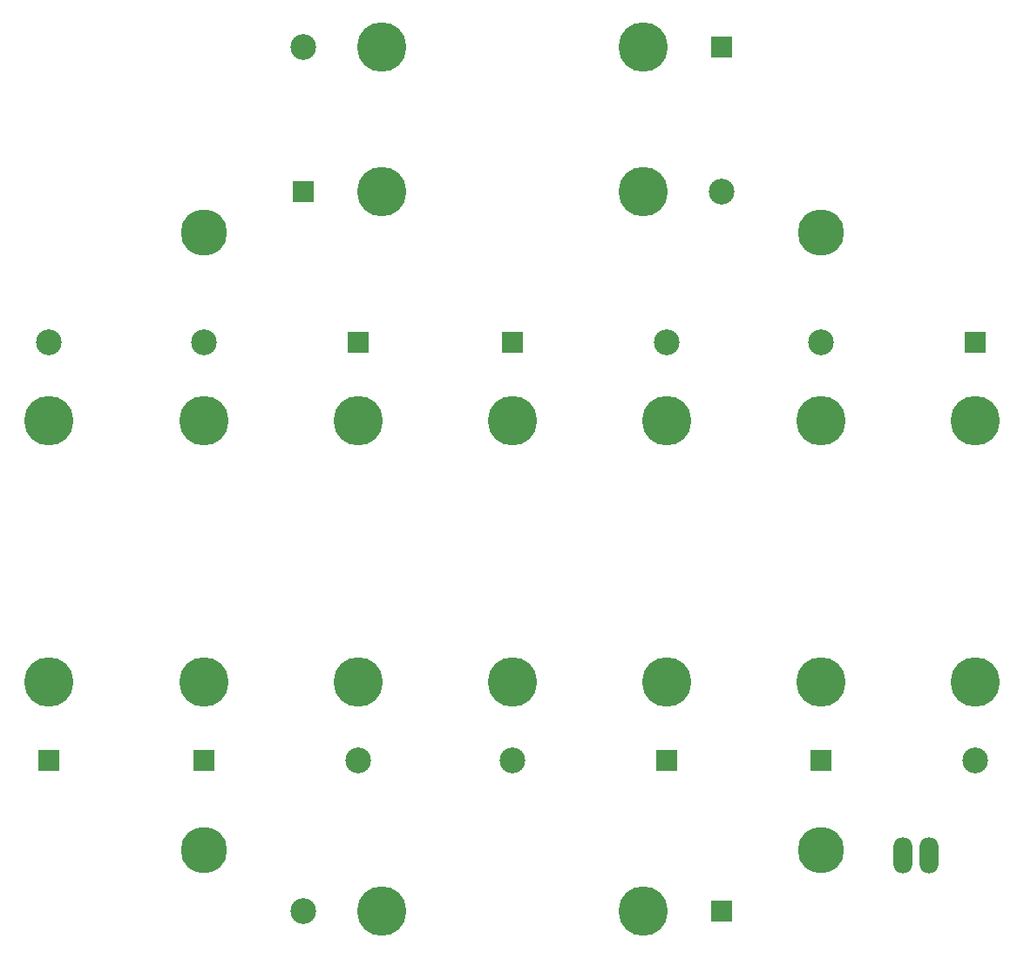
<source format=gbr>
%TF.GenerationSoftware,KiCad,Pcbnew,7.0.1-0*%
%TF.CreationDate,2023-05-22T13:54:53+09:00*%
%TF.ProjectId,Battery,42617474-6572-4792-9e6b-696361645f70,rev?*%
%TF.SameCoordinates,Original*%
%TF.FileFunction,Soldermask,Bot*%
%TF.FilePolarity,Negative*%
%FSLAX46Y46*%
G04 Gerber Fmt 4.6, Leading zero omitted, Abs format (unit mm)*
G04 Created by KiCad (PCBNEW 7.0.1-0) date 2023-05-22 13:54:53*
%MOMM*%
%LPD*%
G01*
G04 APERTURE LIST*
%ADD10R,2.000000X2.000000*%
%ADD11C,2.500000*%
%ADD12C,4.800000*%
%ADD13C,4.500000*%
%ADD14O,1.853200X3.503200*%
G04 APERTURE END LIST*
D10*
%TO.C,BT7*%
X114780000Y-119090000D03*
D11*
X114780000Y-78490000D03*
D12*
X114780000Y-111490000D03*
X114780000Y-86090000D03*
%TD*%
D13*
%TO.C,REF\u002A\u002A*%
X174780000Y-127790000D03*
%TD*%
%TO.C,REF\u002A\u002A*%
X174780000Y-67790000D03*
%TD*%
%TO.C,REF\u002A\u002A*%
X114780000Y-67790000D03*
%TD*%
D10*
%TO.C,BT10*%
X165080000Y-49790000D03*
D11*
X124480000Y-49790000D03*
D12*
X157480000Y-49790000D03*
X132080000Y-49790000D03*
%TD*%
D10*
%TO.C,BT9*%
X174780000Y-119090000D03*
D11*
X174780000Y-78490000D03*
D12*
X174780000Y-111490000D03*
X174780000Y-86090000D03*
%TD*%
D10*
%TO.C,BT8*%
X144780000Y-78490000D03*
D11*
X144780000Y-119090000D03*
D12*
X144780000Y-86090000D03*
X144780000Y-111490000D03*
%TD*%
D10*
%TO.C,BT6*%
X165080000Y-133790000D03*
D11*
X124480000Y-133790000D03*
D12*
X157480000Y-133790000D03*
X132080000Y-133790000D03*
%TD*%
D14*
%TO.C,J1*%
X182760000Y-128347450D03*
X185300000Y-128347450D03*
%TD*%
D13*
%TO.C,REF\u002A\u002A*%
X114780000Y-127790000D03*
%TD*%
D10*
%TO.C,BT5*%
X124480000Y-63790000D03*
D11*
X165080000Y-63790000D03*
D12*
X132080000Y-63790000D03*
X157480000Y-63790000D03*
%TD*%
D10*
%TO.C,BT3*%
X129780000Y-78490000D03*
D11*
X129780000Y-119090000D03*
D12*
X129780000Y-86090000D03*
X129780000Y-111490000D03*
%TD*%
D10*
%TO.C,BT4*%
X99780000Y-119090000D03*
D11*
X99780000Y-78490000D03*
D12*
X99780000Y-111490000D03*
X99780000Y-86090000D03*
%TD*%
D10*
%TO.C,BT1*%
X189780000Y-78490000D03*
D11*
X189780000Y-119090000D03*
D12*
X189780000Y-86090000D03*
X189780000Y-111490000D03*
%TD*%
D10*
%TO.C,BT2*%
X159780000Y-119090000D03*
D11*
X159780000Y-78490000D03*
D12*
X159780000Y-111490000D03*
X159780000Y-86090000D03*
%TD*%
M02*

</source>
